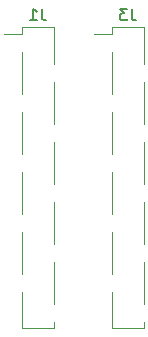
<source format=gbo>
G04 #@! TF.FileFunction,Legend,Bot*
%FSLAX46Y46*%
G04 Gerber Fmt 4.6, Leading zero omitted, Abs format (unit mm)*
G04 Created by KiCad (PCBNEW 4.0.7-e2-6376~58~ubuntu16.04.1) date Sat Jan 13 09:44:16 2018*
%MOMM*%
%LPD*%
G01*
G04 APERTURE LIST*
%ADD10C,0.100000*%
%ADD11C,0.120000*%
%ADD12C,0.150000*%
G04 APERTURE END LIST*
D10*
D11*
X145860000Y-92269000D02*
X143200000Y-92269000D01*
X145860000Y-117789000D02*
X143200000Y-117789000D01*
X143200000Y-94359000D02*
X143200000Y-97919000D01*
X143200000Y-99439000D02*
X143200000Y-102999000D01*
X143200000Y-104519000D02*
X143200000Y-108079000D01*
X143200000Y-109599000D02*
X143200000Y-113159000D01*
X143200000Y-114679000D02*
X143200000Y-117789000D01*
X145860000Y-92269000D02*
X145860000Y-95379000D01*
X143200000Y-92839000D02*
X141680000Y-92839000D01*
X143200000Y-92269000D02*
X143200000Y-92839000D01*
X145860000Y-117219000D02*
X145860000Y-117789000D01*
X145860000Y-96899000D02*
X145860000Y-100459000D01*
X145860000Y-101979000D02*
X145860000Y-105539000D01*
X145860000Y-107059000D02*
X145860000Y-110619000D01*
X145860000Y-112139000D02*
X145860000Y-115699000D01*
X153472000Y-92269000D02*
X150812000Y-92269000D01*
X153472000Y-117789000D02*
X150812000Y-117789000D01*
X150812000Y-94359000D02*
X150812000Y-97919000D01*
X150812000Y-99439000D02*
X150812000Y-102999000D01*
X150812000Y-104519000D02*
X150812000Y-108079000D01*
X150812000Y-109599000D02*
X150812000Y-113159000D01*
X150812000Y-114679000D02*
X150812000Y-117789000D01*
X153472000Y-92269000D02*
X153472000Y-95379000D01*
X150812000Y-92839000D02*
X149292000Y-92839000D01*
X150812000Y-92269000D02*
X150812000Y-92839000D01*
X153472000Y-117219000D02*
X153472000Y-117789000D01*
X153472000Y-96899000D02*
X153472000Y-100459000D01*
X153472000Y-101979000D02*
X153472000Y-105539000D01*
X153472000Y-107059000D02*
X153472000Y-110619000D01*
X153472000Y-112139000D02*
X153472000Y-115699000D01*
D12*
X144863333Y-90721381D02*
X144863333Y-91435667D01*
X144910953Y-91578524D01*
X145006191Y-91673762D01*
X145149048Y-91721381D01*
X145244286Y-91721381D01*
X143863333Y-91721381D02*
X144434762Y-91721381D01*
X144149048Y-91721381D02*
X144149048Y-90721381D01*
X144244286Y-90864238D01*
X144339524Y-90959476D01*
X144434762Y-91007095D01*
X152475333Y-90721381D02*
X152475333Y-91435667D01*
X152522953Y-91578524D01*
X152618191Y-91673762D01*
X152761048Y-91721381D01*
X152856286Y-91721381D01*
X152094381Y-90721381D02*
X151475333Y-90721381D01*
X151808667Y-91102333D01*
X151665809Y-91102333D01*
X151570571Y-91149952D01*
X151522952Y-91197571D01*
X151475333Y-91292810D01*
X151475333Y-91530905D01*
X151522952Y-91626143D01*
X151570571Y-91673762D01*
X151665809Y-91721381D01*
X151951524Y-91721381D01*
X152046762Y-91673762D01*
X152094381Y-91626143D01*
M02*

</source>
